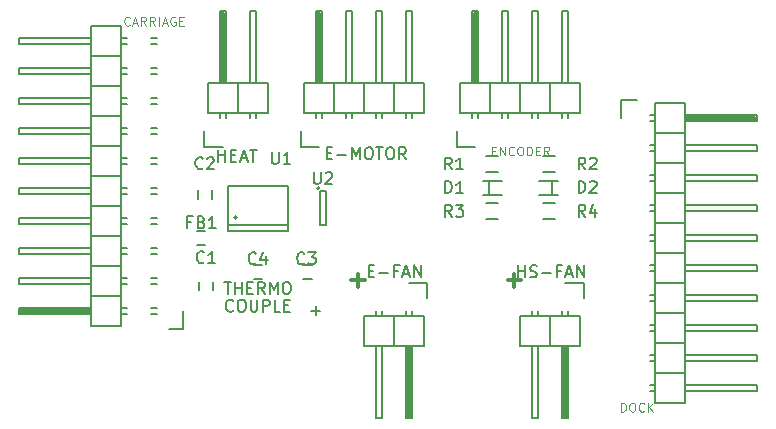
<source format=gto>
G04 #@! TF.GenerationSoftware,KiCad,Pcbnew,(2016-12-15 revision b13c7e4)-master*
G04 #@! TF.CreationDate,2017-03-13T10:32:04-06:00*
G04 #@! TF.ProjectId,ToolHead_PCB,546F6F6C486561645F5043422E6B6963,0.7*
G04 #@! TF.FileFunction,Legend,Top*
G04 #@! TF.FilePolarity,Positive*
%FSLAX46Y46*%
G04 Gerber Fmt 4.6, Leading zero omitted, Abs format (unit mm)*
G04 Created by KiCad (PCBNEW (2016-12-15 revision b13c7e4)-master) date Mon Mar 13 10:32:04 2017*
%MOMM*%
%LPD*%
G01*
G04 APERTURE LIST*
%ADD10C,0.100000*%
%ADD11C,0.150000*%
%ADD12C,0.300000*%
%ADD13C,0.125000*%
G04 APERTURE END LIST*
D10*
D11*
X129904761Y-100157142D02*
X129857142Y-100204761D01*
X129714285Y-100252380D01*
X129619047Y-100252380D01*
X129476190Y-100204761D01*
X129380952Y-100109523D01*
X129333333Y-100014285D01*
X129285714Y-99823809D01*
X129285714Y-99680952D01*
X129333333Y-99490476D01*
X129380952Y-99395238D01*
X129476190Y-99300000D01*
X129619047Y-99252380D01*
X129714285Y-99252380D01*
X129857142Y-99300000D01*
X129904761Y-99347619D01*
X130523809Y-99252380D02*
X130714285Y-99252380D01*
X130809523Y-99300000D01*
X130904761Y-99395238D01*
X130952380Y-99585714D01*
X130952380Y-99919047D01*
X130904761Y-100109523D01*
X130809523Y-100204761D01*
X130714285Y-100252380D01*
X130523809Y-100252380D01*
X130428571Y-100204761D01*
X130333333Y-100109523D01*
X130285714Y-99919047D01*
X130285714Y-99585714D01*
X130333333Y-99395238D01*
X130428571Y-99300000D01*
X130523809Y-99252380D01*
X131380952Y-99252380D02*
X131380952Y-100061904D01*
X131428571Y-100157142D01*
X131476190Y-100204761D01*
X131571428Y-100252380D01*
X131761904Y-100252380D01*
X131857142Y-100204761D01*
X131904761Y-100157142D01*
X131952380Y-100061904D01*
X131952380Y-99252380D01*
X132428571Y-100252380D02*
X132428571Y-99252380D01*
X132809523Y-99252380D01*
X132904761Y-99300000D01*
X132952380Y-99347619D01*
X133000000Y-99442857D01*
X133000000Y-99585714D01*
X132952380Y-99680952D01*
X132904761Y-99728571D01*
X132809523Y-99776190D01*
X132428571Y-99776190D01*
X133904761Y-100252380D02*
X133428571Y-100252380D01*
X133428571Y-99252380D01*
X134238095Y-99728571D02*
X134571428Y-99728571D01*
X134714285Y-100252380D02*
X134238095Y-100252380D01*
X134238095Y-99252380D01*
X134714285Y-99252380D01*
D12*
X139908571Y-97607142D02*
X141051428Y-97607142D01*
X140480000Y-98178571D02*
X140480000Y-97035714D01*
X153148571Y-97607142D02*
X154291428Y-97607142D01*
X153720000Y-98178571D02*
X153720000Y-97035714D01*
D11*
X162780000Y-82350000D02*
X162780000Y-83900000D01*
X164080000Y-82350000D02*
X162780000Y-82350000D01*
X168271000Y-83773000D02*
X174113000Y-83773000D01*
X174113000Y-83773000D02*
X174113000Y-84027000D01*
X174113000Y-84027000D02*
X168271000Y-84027000D01*
X168271000Y-84027000D02*
X168271000Y-83900000D01*
X168271000Y-83900000D02*
X174113000Y-83900000D01*
X165604000Y-101426000D02*
X165223000Y-101426000D01*
X165604000Y-101934000D02*
X165223000Y-101934000D01*
X165604000Y-103966000D02*
X165223000Y-103966000D01*
X165604000Y-104474000D02*
X165223000Y-104474000D01*
X165604000Y-106506000D02*
X165223000Y-106506000D01*
X165604000Y-107014000D02*
X165223000Y-107014000D01*
X165604000Y-83646000D02*
X165223000Y-83646000D01*
X165604000Y-84154000D02*
X165223000Y-84154000D01*
X165604000Y-86186000D02*
X165223000Y-86186000D01*
X165604000Y-86694000D02*
X165223000Y-86694000D01*
X165604000Y-88726000D02*
X165223000Y-88726000D01*
X165604000Y-89234000D02*
X165223000Y-89234000D01*
X165604000Y-99394000D02*
X165223000Y-99394000D01*
X165604000Y-98886000D02*
X165223000Y-98886000D01*
X165604000Y-96854000D02*
X165223000Y-96854000D01*
X165604000Y-96346000D02*
X165223000Y-96346000D01*
X165604000Y-94314000D02*
X165223000Y-94314000D01*
X165604000Y-93806000D02*
X165223000Y-93806000D01*
X165604000Y-91774000D02*
X165223000Y-91774000D01*
X165604000Y-91266000D02*
X165223000Y-91266000D01*
X165604000Y-97870000D02*
X168144000Y-97870000D01*
X165604000Y-97870000D02*
X165604000Y-100410000D01*
X165604000Y-100410000D02*
X168144000Y-100410000D01*
X168144000Y-98886000D02*
X174240000Y-98886000D01*
X174240000Y-98886000D02*
X174240000Y-99394000D01*
X174240000Y-99394000D02*
X168144000Y-99394000D01*
X168144000Y-100410000D02*
X168144000Y-97870000D01*
X168144000Y-102950000D02*
X168144000Y-100410000D01*
X174240000Y-101934000D02*
X168144000Y-101934000D01*
X174240000Y-101426000D02*
X174240000Y-101934000D01*
X168144000Y-101426000D02*
X174240000Y-101426000D01*
X165604000Y-102950000D02*
X168144000Y-102950000D01*
X165604000Y-100410000D02*
X165604000Y-102950000D01*
X165604000Y-100410000D02*
X168144000Y-100410000D01*
X165604000Y-105490000D02*
X168144000Y-105490000D01*
X165604000Y-105490000D02*
X165604000Y-108030000D01*
X168144000Y-106506000D02*
X174240000Y-106506000D01*
X174240000Y-106506000D02*
X174240000Y-107014000D01*
X174240000Y-107014000D02*
X168144000Y-107014000D01*
X168144000Y-108030000D02*
X168144000Y-105490000D01*
X168144000Y-105490000D02*
X168144000Y-102950000D01*
X174240000Y-104474000D02*
X168144000Y-104474000D01*
X174240000Y-103966000D02*
X174240000Y-104474000D01*
X168144000Y-103966000D02*
X174240000Y-103966000D01*
X165604000Y-105490000D02*
X168144000Y-105490000D01*
X165604000Y-102950000D02*
X165604000Y-105490000D01*
X165604000Y-102950000D02*
X168144000Y-102950000D01*
X165604000Y-108030000D02*
X168144000Y-108030000D01*
X165604000Y-82630000D02*
X168144000Y-82630000D01*
X165604000Y-85170000D02*
X168144000Y-85170000D01*
X165604000Y-85170000D02*
X165604000Y-87710000D01*
X165604000Y-87710000D02*
X168144000Y-87710000D01*
X168144000Y-86186000D02*
X174240000Y-86186000D01*
X174240000Y-86186000D02*
X174240000Y-86694000D01*
X174240000Y-86694000D02*
X168144000Y-86694000D01*
X168144000Y-87710000D02*
X168144000Y-85170000D01*
X168144000Y-85170000D02*
X168144000Y-82630000D01*
X174240000Y-84154000D02*
X168144000Y-84154000D01*
X174240000Y-83646000D02*
X174240000Y-84154000D01*
X168144000Y-83646000D02*
X174240000Y-83646000D01*
X165604000Y-85170000D02*
X168144000Y-85170000D01*
X165604000Y-82630000D02*
X165604000Y-85170000D01*
X165604000Y-92790000D02*
X168144000Y-92790000D01*
X165604000Y-92790000D02*
X165604000Y-95330000D01*
X165604000Y-95330000D02*
X168144000Y-95330000D01*
X168144000Y-93806000D02*
X174240000Y-93806000D01*
X174240000Y-93806000D02*
X174240000Y-94314000D01*
X174240000Y-94314000D02*
X168144000Y-94314000D01*
X168144000Y-95330000D02*
X168144000Y-92790000D01*
X168144000Y-97870000D02*
X168144000Y-95330000D01*
X174240000Y-96854000D02*
X168144000Y-96854000D01*
X174240000Y-96346000D02*
X174240000Y-96854000D01*
X168144000Y-96346000D02*
X174240000Y-96346000D01*
X165604000Y-97870000D02*
X168144000Y-97870000D01*
X165604000Y-95330000D02*
X165604000Y-97870000D01*
X165604000Y-95330000D02*
X168144000Y-95330000D01*
X165604000Y-90250000D02*
X168144000Y-90250000D01*
X165604000Y-90250000D02*
X165604000Y-92790000D01*
X165604000Y-92790000D02*
X168144000Y-92790000D01*
X168144000Y-91266000D02*
X174240000Y-91266000D01*
X174240000Y-91266000D02*
X174240000Y-91774000D01*
X174240000Y-91774000D02*
X168144000Y-91774000D01*
X168144000Y-92790000D02*
X168144000Y-90250000D01*
X168144000Y-90250000D02*
X168144000Y-87710000D01*
X174240000Y-89234000D02*
X168144000Y-89234000D01*
X174240000Y-88726000D02*
X174240000Y-89234000D01*
X168144000Y-88726000D02*
X174240000Y-88726000D01*
X165604000Y-90250000D02*
X168144000Y-90250000D01*
X165604000Y-87710000D02*
X165604000Y-90250000D01*
X165604000Y-87710000D02*
X168144000Y-87710000D01*
X127735000Y-83476000D02*
X130275000Y-83476000D01*
X130275000Y-83476000D02*
X130275000Y-80936000D01*
X128751000Y-80936000D02*
X128751000Y-74840000D01*
X128751000Y-74840000D02*
X129259000Y-74840000D01*
X129259000Y-74840000D02*
X129259000Y-80936000D01*
X130275000Y-80936000D02*
X127735000Y-80936000D01*
X132815000Y-80936000D02*
X130275000Y-80936000D01*
X131799000Y-74840000D02*
X131799000Y-80936000D01*
X131291000Y-74840000D02*
X131799000Y-74840000D01*
X131291000Y-80936000D02*
X131291000Y-74840000D01*
X132815000Y-83476000D02*
X132815000Y-80936000D01*
X130275000Y-83476000D02*
X132815000Y-83476000D01*
X130275000Y-83476000D02*
X130275000Y-80936000D01*
X127735000Y-83476000D02*
X127735000Y-80936000D01*
X131799000Y-83476000D02*
X131799000Y-83857000D01*
X131291000Y-83476000D02*
X131291000Y-83857000D01*
X129259000Y-83476000D02*
X129259000Y-83857000D01*
X128751000Y-83476000D02*
X128751000Y-83857000D01*
X129005000Y-80809000D02*
X129005000Y-74967000D01*
X129132000Y-80809000D02*
X129005000Y-80809000D01*
X129132000Y-74967000D02*
X129132000Y-80809000D01*
X128878000Y-74967000D02*
X129132000Y-74967000D01*
X128878000Y-80809000D02*
X128878000Y-74967000D01*
X127455000Y-85000000D02*
X127455000Y-86300000D01*
X127455000Y-86300000D02*
X129005000Y-86300000D01*
X122981000Y-100454000D02*
X123489000Y-100454000D01*
X122981000Y-99946000D02*
X123489000Y-99946000D01*
X122981000Y-77086000D02*
X123489000Y-77086000D01*
X122981000Y-77594000D02*
X123489000Y-77594000D01*
X122981000Y-82674000D02*
X123489000Y-82674000D01*
X122981000Y-82166000D02*
X123489000Y-82166000D01*
X122981000Y-80134000D02*
X123489000Y-80134000D01*
X122981000Y-79626000D02*
X123489000Y-79626000D01*
X122981000Y-84706000D02*
X123489000Y-84706000D01*
X122981000Y-85214000D02*
X123489000Y-85214000D01*
X122981000Y-87246000D02*
X123489000Y-87246000D01*
X122981000Y-87754000D02*
X123489000Y-87754000D01*
X122981000Y-97914000D02*
X123489000Y-97914000D01*
X122981000Y-97406000D02*
X123489000Y-97406000D01*
X122981000Y-95374000D02*
X123489000Y-95374000D01*
X122981000Y-94866000D02*
X123489000Y-94866000D01*
X122981000Y-89786000D02*
X123489000Y-89786000D01*
X122981000Y-90294000D02*
X123489000Y-90294000D01*
X122981000Y-92326000D02*
X123489000Y-92326000D01*
X122981000Y-92834000D02*
X123489000Y-92834000D01*
X120441000Y-77086000D02*
X120949000Y-77086000D01*
X120441000Y-77594000D02*
X120949000Y-77594000D01*
X120441000Y-79626000D02*
X120949000Y-79626000D01*
X120441000Y-80134000D02*
X120949000Y-80134000D01*
X120441000Y-85214000D02*
X120949000Y-85214000D01*
X120441000Y-84706000D02*
X120949000Y-84706000D01*
X120441000Y-82674000D02*
X120949000Y-82674000D01*
X120441000Y-82166000D02*
X120949000Y-82166000D01*
X120441000Y-87246000D02*
X120949000Y-87246000D01*
X120441000Y-87754000D02*
X120949000Y-87754000D01*
X120441000Y-89786000D02*
X120949000Y-89786000D01*
X120441000Y-90294000D02*
X120949000Y-90294000D01*
X120441000Y-100454000D02*
X120949000Y-100454000D01*
X120441000Y-99946000D02*
X120949000Y-99946000D01*
X120441000Y-97914000D02*
X120949000Y-97914000D01*
X120441000Y-97406000D02*
X120949000Y-97406000D01*
X120441000Y-92326000D02*
X120949000Y-92326000D01*
X120441000Y-92834000D02*
X120949000Y-92834000D01*
X120441000Y-94866000D02*
X120949000Y-94866000D01*
X120441000Y-95374000D02*
X120949000Y-95374000D01*
X124505000Y-101750000D02*
X125655000Y-101750000D01*
X125655000Y-101750000D02*
X125655000Y-100200000D01*
X117901000Y-100327000D02*
X111932000Y-100327000D01*
X111932000Y-100327000D02*
X111932000Y-100073000D01*
X111932000Y-100073000D02*
X117774000Y-100073000D01*
X117774000Y-100073000D02*
X117774000Y-100200000D01*
X117774000Y-100200000D02*
X111932000Y-100200000D01*
X120441000Y-81150000D02*
X117901000Y-81150000D01*
X120441000Y-81150000D02*
X120441000Y-78610000D01*
X120441000Y-78610000D02*
X117901000Y-78610000D01*
X117901000Y-80134000D02*
X111805000Y-80134000D01*
X111805000Y-80134000D02*
X111805000Y-79626000D01*
X111805000Y-79626000D02*
X117901000Y-79626000D01*
X117901000Y-78610000D02*
X117901000Y-81150000D01*
X117901000Y-76070000D02*
X117901000Y-78610000D01*
X111805000Y-77086000D02*
X117901000Y-77086000D01*
X111805000Y-77594000D02*
X111805000Y-77086000D01*
X117901000Y-77594000D02*
X111805000Y-77594000D01*
X120441000Y-78610000D02*
X120441000Y-76070000D01*
X120441000Y-78610000D02*
X117901000Y-78610000D01*
X120441000Y-76070000D02*
X117901000Y-76070000D01*
X120441000Y-91310000D02*
X117901000Y-91310000D01*
X120441000Y-91310000D02*
X120441000Y-88770000D01*
X120441000Y-88770000D02*
X117901000Y-88770000D01*
X117901000Y-90294000D02*
X111805000Y-90294000D01*
X111805000Y-90294000D02*
X111805000Y-89786000D01*
X111805000Y-89786000D02*
X117901000Y-89786000D01*
X117901000Y-88770000D02*
X117901000Y-91310000D01*
X117901000Y-86230000D02*
X117901000Y-88770000D01*
X111805000Y-87246000D02*
X117901000Y-87246000D01*
X111805000Y-87754000D02*
X111805000Y-87246000D01*
X117901000Y-87754000D02*
X111805000Y-87754000D01*
X120441000Y-86230000D02*
X117901000Y-86230000D01*
X120441000Y-88770000D02*
X120441000Y-86230000D01*
X120441000Y-88770000D02*
X117901000Y-88770000D01*
X120441000Y-83690000D02*
X117901000Y-83690000D01*
X120441000Y-83690000D02*
X120441000Y-81150000D01*
X120441000Y-81150000D02*
X117901000Y-81150000D01*
X117901000Y-82674000D02*
X111805000Y-82674000D01*
X111805000Y-82674000D02*
X111805000Y-82166000D01*
X111805000Y-82166000D02*
X117901000Y-82166000D01*
X117901000Y-81150000D02*
X117901000Y-83690000D01*
X117901000Y-83690000D02*
X117901000Y-86230000D01*
X111805000Y-84706000D02*
X117901000Y-84706000D01*
X111805000Y-85214000D02*
X111805000Y-84706000D01*
X117901000Y-85214000D02*
X111805000Y-85214000D01*
X120441000Y-83690000D02*
X117901000Y-83690000D01*
X120441000Y-86230000D02*
X120441000Y-83690000D01*
X120441000Y-86230000D02*
X117901000Y-86230000D01*
X120441000Y-96390000D02*
X117901000Y-96390000D01*
X120441000Y-96390000D02*
X120441000Y-93850000D01*
X120441000Y-93850000D02*
X117901000Y-93850000D01*
X117901000Y-95374000D02*
X111805000Y-95374000D01*
X111805000Y-95374000D02*
X111805000Y-94866000D01*
X111805000Y-94866000D02*
X117901000Y-94866000D01*
X117901000Y-93850000D02*
X117901000Y-96390000D01*
X117901000Y-91310000D02*
X117901000Y-93850000D01*
X111805000Y-92326000D02*
X117901000Y-92326000D01*
X111805000Y-92834000D02*
X111805000Y-92326000D01*
X117901000Y-92834000D02*
X111805000Y-92834000D01*
X120441000Y-91310000D02*
X117901000Y-91310000D01*
X120441000Y-93850000D02*
X120441000Y-91310000D01*
X120441000Y-93850000D02*
X117901000Y-93850000D01*
X120441000Y-98930000D02*
X117901000Y-98930000D01*
X120441000Y-98930000D02*
X120441000Y-96390000D01*
X120441000Y-96390000D02*
X117901000Y-96390000D01*
X117901000Y-97914000D02*
X111805000Y-97914000D01*
X111805000Y-97914000D02*
X111805000Y-97406000D01*
X111805000Y-97406000D02*
X117901000Y-97406000D01*
X117901000Y-96390000D02*
X117901000Y-98930000D01*
X117901000Y-98930000D02*
X117901000Y-101470000D01*
X111805000Y-99946000D02*
X117901000Y-99946000D01*
X111805000Y-100454000D02*
X111805000Y-99946000D01*
X117901000Y-100454000D02*
X111805000Y-100454000D01*
X120441000Y-98930000D02*
X117901000Y-98930000D01*
X120441000Y-101470000D02*
X120441000Y-98930000D01*
X120441000Y-101470000D02*
X117901000Y-101470000D01*
X148855000Y-86300000D02*
X150405000Y-86300000D01*
X148855000Y-85000000D02*
X148855000Y-86300000D01*
X150278000Y-80809000D02*
X150278000Y-74967000D01*
X150278000Y-74967000D02*
X150532000Y-74967000D01*
X150532000Y-74967000D02*
X150532000Y-80809000D01*
X150532000Y-80809000D02*
X150405000Y-80809000D01*
X150405000Y-80809000D02*
X150405000Y-74967000D01*
X150151000Y-83476000D02*
X150151000Y-83857000D01*
X150659000Y-83476000D02*
X150659000Y-83857000D01*
X152691000Y-83476000D02*
X152691000Y-83857000D01*
X153199000Y-83476000D02*
X153199000Y-83857000D01*
X155231000Y-83476000D02*
X155231000Y-83857000D01*
X155739000Y-83476000D02*
X155739000Y-83857000D01*
X158279000Y-83476000D02*
X158279000Y-83857000D01*
X157771000Y-83476000D02*
X157771000Y-83857000D01*
X149135000Y-83476000D02*
X149135000Y-80936000D01*
X151675000Y-83476000D02*
X151675000Y-80936000D01*
X151675000Y-83476000D02*
X154215000Y-83476000D01*
X154215000Y-83476000D02*
X154215000Y-80936000D01*
X152691000Y-80936000D02*
X152691000Y-74840000D01*
X152691000Y-74840000D02*
X153199000Y-74840000D01*
X153199000Y-74840000D02*
X153199000Y-80936000D01*
X154215000Y-80936000D02*
X151675000Y-80936000D01*
X151675000Y-80936000D02*
X149135000Y-80936000D01*
X150659000Y-74840000D02*
X150659000Y-80936000D01*
X150151000Y-74840000D02*
X150659000Y-74840000D01*
X150151000Y-80936000D02*
X150151000Y-74840000D01*
X151675000Y-83476000D02*
X151675000Y-80936000D01*
X149135000Y-83476000D02*
X151675000Y-83476000D01*
X156755000Y-83476000D02*
X156755000Y-80936000D01*
X156755000Y-83476000D02*
X159295000Y-83476000D01*
X159295000Y-83476000D02*
X159295000Y-80936000D01*
X157771000Y-80936000D02*
X157771000Y-74840000D01*
X157771000Y-74840000D02*
X158279000Y-74840000D01*
X158279000Y-74840000D02*
X158279000Y-80936000D01*
X159295000Y-80936000D02*
X156755000Y-80936000D01*
X156755000Y-80936000D02*
X154215000Y-80936000D01*
X155739000Y-74840000D02*
X155739000Y-80936000D01*
X155231000Y-74840000D02*
X155739000Y-74840000D01*
X155231000Y-80936000D02*
X155231000Y-74840000D01*
X156755000Y-83476000D02*
X156755000Y-80936000D01*
X154215000Y-83476000D02*
X156755000Y-83476000D01*
X154215000Y-83476000D02*
X154215000Y-80936000D01*
X126900000Y-90700000D02*
X126900000Y-90000000D01*
X128100000Y-90000000D02*
X128100000Y-90700000D01*
X140975000Y-83476000D02*
X140975000Y-80936000D01*
X140975000Y-83476000D02*
X143515000Y-83476000D01*
X143515000Y-83476000D02*
X143515000Y-80936000D01*
X141991000Y-80936000D02*
X141991000Y-74840000D01*
X141991000Y-74840000D02*
X142499000Y-74840000D01*
X142499000Y-74840000D02*
X142499000Y-80936000D01*
X143515000Y-80936000D02*
X140975000Y-80936000D01*
X146055000Y-80936000D02*
X143515000Y-80936000D01*
X145039000Y-74840000D02*
X145039000Y-80936000D01*
X144531000Y-74840000D02*
X145039000Y-74840000D01*
X144531000Y-80936000D02*
X144531000Y-74840000D01*
X146055000Y-83476000D02*
X146055000Y-80936000D01*
X143515000Y-83476000D02*
X146055000Y-83476000D01*
X143515000Y-83476000D02*
X143515000Y-80936000D01*
X135895000Y-83476000D02*
X138435000Y-83476000D01*
X138435000Y-83476000D02*
X138435000Y-80936000D01*
X136911000Y-80936000D02*
X136911000Y-74840000D01*
X136911000Y-74840000D02*
X137419000Y-74840000D01*
X137419000Y-74840000D02*
X137419000Y-80936000D01*
X138435000Y-80936000D02*
X135895000Y-80936000D01*
X140975000Y-80936000D02*
X138435000Y-80936000D01*
X139959000Y-74840000D02*
X139959000Y-80936000D01*
X139451000Y-74840000D02*
X139959000Y-74840000D01*
X139451000Y-80936000D02*
X139451000Y-74840000D01*
X140975000Y-83476000D02*
X140975000Y-80936000D01*
X138435000Y-83476000D02*
X140975000Y-83476000D01*
X138435000Y-83476000D02*
X138435000Y-80936000D01*
X135895000Y-83476000D02*
X135895000Y-80936000D01*
X144531000Y-83476000D02*
X144531000Y-83857000D01*
X145039000Y-83476000D02*
X145039000Y-83857000D01*
X142499000Y-83476000D02*
X142499000Y-83857000D01*
X141991000Y-83476000D02*
X141991000Y-83857000D01*
X139959000Y-83476000D02*
X139959000Y-83857000D01*
X139451000Y-83476000D02*
X139451000Y-83857000D01*
X137419000Y-83476000D02*
X137419000Y-83857000D01*
X136911000Y-83476000D02*
X136911000Y-83857000D01*
X137165000Y-80809000D02*
X137165000Y-74967000D01*
X137292000Y-80809000D02*
X137165000Y-80809000D01*
X137292000Y-74967000D02*
X137292000Y-80809000D01*
X137038000Y-74967000D02*
X137292000Y-74967000D01*
X137038000Y-80809000D02*
X137038000Y-74967000D01*
X135615000Y-85000000D02*
X135615000Y-86300000D01*
X135615000Y-86300000D02*
X137165000Y-86300000D01*
X159575000Y-97800000D02*
X158025000Y-97800000D01*
X159575000Y-99100000D02*
X159575000Y-97800000D01*
X158152000Y-103291000D02*
X158152000Y-109133000D01*
X158152000Y-109133000D02*
X157898000Y-109133000D01*
X157898000Y-109133000D02*
X157898000Y-103291000D01*
X157898000Y-103291000D02*
X158025000Y-103291000D01*
X158025000Y-103291000D02*
X158025000Y-109133000D01*
X158279000Y-100624000D02*
X158279000Y-100243000D01*
X157771000Y-100624000D02*
X157771000Y-100243000D01*
X155739000Y-100624000D02*
X155739000Y-100243000D01*
X155231000Y-100624000D02*
X155231000Y-100243000D01*
X159295000Y-100624000D02*
X159295000Y-103164000D01*
X156755000Y-100624000D02*
X156755000Y-103164000D01*
X156755000Y-100624000D02*
X154215000Y-100624000D01*
X154215000Y-100624000D02*
X154215000Y-103164000D01*
X155739000Y-103164000D02*
X155739000Y-109260000D01*
X155739000Y-109260000D02*
X155231000Y-109260000D01*
X155231000Y-109260000D02*
X155231000Y-103164000D01*
X154215000Y-103164000D02*
X156755000Y-103164000D01*
X156755000Y-103164000D02*
X159295000Y-103164000D01*
X157771000Y-109260000D02*
X157771000Y-103164000D01*
X158279000Y-109260000D02*
X157771000Y-109260000D01*
X158279000Y-103164000D02*
X158279000Y-109260000D01*
X156755000Y-100624000D02*
X156755000Y-103164000D01*
X159295000Y-100624000D02*
X156755000Y-100624000D01*
X146335000Y-97800000D02*
X144785000Y-97800000D01*
X146335000Y-99100000D02*
X146335000Y-97800000D01*
X144912000Y-103291000D02*
X144912000Y-109133000D01*
X144912000Y-109133000D02*
X144658000Y-109133000D01*
X144658000Y-109133000D02*
X144658000Y-103291000D01*
X144658000Y-103291000D02*
X144785000Y-103291000D01*
X144785000Y-103291000D02*
X144785000Y-109133000D01*
X145039000Y-100624000D02*
X145039000Y-100243000D01*
X144531000Y-100624000D02*
X144531000Y-100243000D01*
X142499000Y-100624000D02*
X142499000Y-100243000D01*
X141991000Y-100624000D02*
X141991000Y-100243000D01*
X146055000Y-100624000D02*
X146055000Y-103164000D01*
X143515000Y-100624000D02*
X143515000Y-103164000D01*
X143515000Y-100624000D02*
X140975000Y-100624000D01*
X140975000Y-100624000D02*
X140975000Y-103164000D01*
X142499000Y-103164000D02*
X142499000Y-109260000D01*
X142499000Y-109260000D02*
X141991000Y-109260000D01*
X141991000Y-109260000D02*
X141991000Y-103164000D01*
X140975000Y-103164000D02*
X143515000Y-103164000D01*
X143515000Y-103164000D02*
X146055000Y-103164000D01*
X144531000Y-109260000D02*
X144531000Y-103164000D01*
X145039000Y-109260000D02*
X144531000Y-109260000D01*
X145039000Y-103164000D02*
X145039000Y-109260000D01*
X143515000Y-100624000D02*
X143515000Y-103164000D01*
X146055000Y-100624000D02*
X143515000Y-100624000D01*
X130222000Y-92262000D02*
G75*
G03X130222000Y-92262000I-127000J0D01*
G01*
X129460000Y-92897000D02*
X134540000Y-92897000D01*
X129460000Y-89595000D02*
X134540000Y-89595000D01*
X129460000Y-93405000D02*
X134540000Y-93405000D01*
X129460000Y-93405000D02*
X129460000Y-89595000D01*
X134540000Y-93405000D02*
X134540000Y-89595000D01*
X137200000Y-89800000D02*
G75*
G03X137200000Y-89800000I-100000J0D01*
G01*
X137750000Y-90050000D02*
X137250000Y-90050000D01*
X137750000Y-92950000D02*
X137750000Y-90050000D01*
X137250000Y-92950000D02*
X137750000Y-92950000D01*
X137250000Y-90050000D02*
X137250000Y-92950000D01*
X127000000Y-98450000D02*
X127000000Y-97750000D01*
X128200000Y-97750000D02*
X128200000Y-98450000D01*
X135850000Y-96300000D02*
X136550000Y-96300000D01*
X136550000Y-97500000D02*
X135850000Y-97500000D01*
X131650000Y-96300000D02*
X132350000Y-96300000D01*
X132350000Y-97500000D02*
X131650000Y-97500000D01*
X152635000Y-89170000D02*
X151035000Y-89170000D01*
X152635000Y-90370000D02*
X151035000Y-90370000D01*
X151535000Y-89170000D02*
X151535000Y-90370000D01*
X156935000Y-90370000D02*
X156935000Y-89170000D01*
X155835000Y-89170000D02*
X157435000Y-89170000D01*
X155835000Y-90370000D02*
X157435000Y-90370000D01*
X156135000Y-91095000D02*
X157135000Y-91095000D01*
X157135000Y-92445000D02*
X156135000Y-92445000D01*
X152335000Y-92445000D02*
X151335000Y-92445000D01*
X151335000Y-91095000D02*
X152335000Y-91095000D01*
X151335000Y-87095000D02*
X152335000Y-87095000D01*
X152335000Y-88445000D02*
X151335000Y-88445000D01*
X157135000Y-88445000D02*
X156135000Y-88445000D01*
X156135000Y-87095000D02*
X157135000Y-87095000D01*
X127550000Y-94600000D02*
X126850000Y-94600000D01*
X126850000Y-93400000D02*
X127550000Y-93400000D01*
D13*
X162740714Y-108739285D02*
X162740714Y-107989285D01*
X162919285Y-107989285D01*
X163026428Y-108025000D01*
X163097857Y-108096428D01*
X163133571Y-108167857D01*
X163169285Y-108310714D01*
X163169285Y-108417857D01*
X163133571Y-108560714D01*
X163097857Y-108632142D01*
X163026428Y-108703571D01*
X162919285Y-108739285D01*
X162740714Y-108739285D01*
X163633571Y-107989285D02*
X163776428Y-107989285D01*
X163847857Y-108025000D01*
X163919285Y-108096428D01*
X163955000Y-108239285D01*
X163955000Y-108489285D01*
X163919285Y-108632142D01*
X163847857Y-108703571D01*
X163776428Y-108739285D01*
X163633571Y-108739285D01*
X163562142Y-108703571D01*
X163490714Y-108632142D01*
X163455000Y-108489285D01*
X163455000Y-108239285D01*
X163490714Y-108096428D01*
X163562142Y-108025000D01*
X163633571Y-107989285D01*
X164705000Y-108667857D02*
X164669285Y-108703571D01*
X164562142Y-108739285D01*
X164490714Y-108739285D01*
X164383571Y-108703571D01*
X164312142Y-108632142D01*
X164276428Y-108560714D01*
X164240714Y-108417857D01*
X164240714Y-108310714D01*
X164276428Y-108167857D01*
X164312142Y-108096428D01*
X164383571Y-108025000D01*
X164490714Y-107989285D01*
X164562142Y-107989285D01*
X164669285Y-108025000D01*
X164705000Y-108060714D01*
X165026428Y-108739285D02*
X165026428Y-107989285D01*
X165455000Y-108739285D02*
X165133571Y-108310714D01*
X165455000Y-107989285D02*
X165026428Y-108417857D01*
D11*
X128657380Y-87552380D02*
X128657380Y-86552380D01*
X128657380Y-87028571D02*
X129228809Y-87028571D01*
X129228809Y-87552380D02*
X129228809Y-86552380D01*
X129705000Y-87028571D02*
X130038333Y-87028571D01*
X130181190Y-87552380D02*
X129705000Y-87552380D01*
X129705000Y-86552380D01*
X130181190Y-86552380D01*
X130562142Y-87266666D02*
X131038333Y-87266666D01*
X130466904Y-87552380D02*
X130800238Y-86552380D01*
X131133571Y-87552380D01*
X131324047Y-86552380D02*
X131895476Y-86552380D01*
X131609761Y-87552380D02*
X131609761Y-86552380D01*
D13*
X121146428Y-75967857D02*
X121110714Y-76003571D01*
X121003571Y-76039285D01*
X120932142Y-76039285D01*
X120825000Y-76003571D01*
X120753571Y-75932142D01*
X120717857Y-75860714D01*
X120682142Y-75717857D01*
X120682142Y-75610714D01*
X120717857Y-75467857D01*
X120753571Y-75396428D01*
X120825000Y-75325000D01*
X120932142Y-75289285D01*
X121003571Y-75289285D01*
X121110714Y-75325000D01*
X121146428Y-75360714D01*
X121432142Y-75825000D02*
X121789285Y-75825000D01*
X121360714Y-76039285D02*
X121610714Y-75289285D01*
X121860714Y-76039285D01*
X122539285Y-76039285D02*
X122289285Y-75682142D01*
X122110714Y-76039285D02*
X122110714Y-75289285D01*
X122396428Y-75289285D01*
X122467857Y-75325000D01*
X122503571Y-75360714D01*
X122539285Y-75432142D01*
X122539285Y-75539285D01*
X122503571Y-75610714D01*
X122467857Y-75646428D01*
X122396428Y-75682142D01*
X122110714Y-75682142D01*
X123289285Y-76039285D02*
X123039285Y-75682142D01*
X122860714Y-76039285D02*
X122860714Y-75289285D01*
X123146428Y-75289285D01*
X123217857Y-75325000D01*
X123253571Y-75360714D01*
X123289285Y-75432142D01*
X123289285Y-75539285D01*
X123253571Y-75610714D01*
X123217857Y-75646428D01*
X123146428Y-75682142D01*
X122860714Y-75682142D01*
X123610714Y-76039285D02*
X123610714Y-75289285D01*
X123932142Y-75825000D02*
X124289285Y-75825000D01*
X123860714Y-76039285D02*
X124110714Y-75289285D01*
X124360714Y-76039285D01*
X125003571Y-75325000D02*
X124932142Y-75289285D01*
X124825000Y-75289285D01*
X124717857Y-75325000D01*
X124646428Y-75396428D01*
X124610714Y-75467857D01*
X124575000Y-75610714D01*
X124575000Y-75717857D01*
X124610714Y-75860714D01*
X124646428Y-75932142D01*
X124717857Y-76003571D01*
X124825000Y-76039285D01*
X124896428Y-76039285D01*
X125003571Y-76003571D01*
X125039285Y-75967857D01*
X125039285Y-75717857D01*
X124896428Y-75717857D01*
X125360714Y-75646428D02*
X125610714Y-75646428D01*
X125717857Y-76039285D02*
X125360714Y-76039285D01*
X125360714Y-75289285D01*
X125717857Y-75289285D01*
X151796785Y-86646428D02*
X152046785Y-86646428D01*
X152153928Y-87039285D02*
X151796785Y-87039285D01*
X151796785Y-86289285D01*
X152153928Y-86289285D01*
X152475357Y-87039285D02*
X152475357Y-86289285D01*
X152903928Y-87039285D01*
X152903928Y-86289285D01*
X153689642Y-86967857D02*
X153653928Y-87003571D01*
X153546785Y-87039285D01*
X153475357Y-87039285D01*
X153368214Y-87003571D01*
X153296785Y-86932142D01*
X153261071Y-86860714D01*
X153225357Y-86717857D01*
X153225357Y-86610714D01*
X153261071Y-86467857D01*
X153296785Y-86396428D01*
X153368214Y-86325000D01*
X153475357Y-86289285D01*
X153546785Y-86289285D01*
X153653928Y-86325000D01*
X153689642Y-86360714D01*
X154153928Y-86289285D02*
X154296785Y-86289285D01*
X154368214Y-86325000D01*
X154439642Y-86396428D01*
X154475357Y-86539285D01*
X154475357Y-86789285D01*
X154439642Y-86932142D01*
X154368214Y-87003571D01*
X154296785Y-87039285D01*
X154153928Y-87039285D01*
X154082500Y-87003571D01*
X154011071Y-86932142D01*
X153975357Y-86789285D01*
X153975357Y-86539285D01*
X154011071Y-86396428D01*
X154082500Y-86325000D01*
X154153928Y-86289285D01*
X154796785Y-87039285D02*
X154796785Y-86289285D01*
X154975357Y-86289285D01*
X155082500Y-86325000D01*
X155153928Y-86396428D01*
X155189642Y-86467857D01*
X155225357Y-86610714D01*
X155225357Y-86717857D01*
X155189642Y-86860714D01*
X155153928Y-86932142D01*
X155082500Y-87003571D01*
X154975357Y-87039285D01*
X154796785Y-87039285D01*
X155546785Y-86646428D02*
X155796785Y-86646428D01*
X155903928Y-87039285D02*
X155546785Y-87039285D01*
X155546785Y-86289285D01*
X155903928Y-86289285D01*
X156653928Y-87039285D02*
X156403928Y-86682142D01*
X156225357Y-87039285D02*
X156225357Y-86289285D01*
X156511071Y-86289285D01*
X156582500Y-86325000D01*
X156618214Y-86360714D01*
X156653928Y-86432142D01*
X156653928Y-86539285D01*
X156618214Y-86610714D01*
X156582500Y-86646428D01*
X156511071Y-86682142D01*
X156225357Y-86682142D01*
D11*
X129142857Y-97752380D02*
X129714285Y-97752380D01*
X129428571Y-98752380D02*
X129428571Y-97752380D01*
X130047619Y-98752380D02*
X130047619Y-97752380D01*
X130047619Y-98228571D02*
X130619047Y-98228571D01*
X130619047Y-98752380D02*
X130619047Y-97752380D01*
X131095238Y-98228571D02*
X131428571Y-98228571D01*
X131571428Y-98752380D02*
X131095238Y-98752380D01*
X131095238Y-97752380D01*
X131571428Y-97752380D01*
X132571428Y-98752380D02*
X132238095Y-98276190D01*
X132000000Y-98752380D02*
X132000000Y-97752380D01*
X132380952Y-97752380D01*
X132476190Y-97800000D01*
X132523809Y-97847619D01*
X132571428Y-97942857D01*
X132571428Y-98085714D01*
X132523809Y-98180952D01*
X132476190Y-98228571D01*
X132380952Y-98276190D01*
X132000000Y-98276190D01*
X133000000Y-98752380D02*
X133000000Y-97752380D01*
X133333333Y-98466666D01*
X133666666Y-97752380D01*
X133666666Y-98752380D01*
X134333333Y-97752380D02*
X134523809Y-97752380D01*
X134619047Y-97800000D01*
X134714285Y-97895238D01*
X134761904Y-98085714D01*
X134761904Y-98419047D01*
X134714285Y-98609523D01*
X134619047Y-98704761D01*
X134523809Y-98752380D01*
X134333333Y-98752380D01*
X134238095Y-98704761D01*
X134142857Y-98609523D01*
X134095238Y-98419047D01*
X134095238Y-98085714D01*
X134142857Y-97895238D01*
X134238095Y-97800000D01*
X134333333Y-97752380D01*
X136519047Y-100171428D02*
X137280952Y-100171428D01*
X136900000Y-100552380D02*
X136900000Y-99790476D01*
X127333333Y-88107142D02*
X127285714Y-88154761D01*
X127142857Y-88202380D01*
X127047619Y-88202380D01*
X126904761Y-88154761D01*
X126809523Y-88059523D01*
X126761904Y-87964285D01*
X126714285Y-87773809D01*
X126714285Y-87630952D01*
X126761904Y-87440476D01*
X126809523Y-87345238D01*
X126904761Y-87250000D01*
X127047619Y-87202380D01*
X127142857Y-87202380D01*
X127285714Y-87250000D01*
X127333333Y-87297619D01*
X127714285Y-87297619D02*
X127761904Y-87250000D01*
X127857142Y-87202380D01*
X128095238Y-87202380D01*
X128190476Y-87250000D01*
X128238095Y-87297619D01*
X128285714Y-87392857D01*
X128285714Y-87488095D01*
X128238095Y-87630952D01*
X127666666Y-88202380D01*
X128285714Y-88202380D01*
X137816666Y-86828571D02*
X138150000Y-86828571D01*
X138292857Y-87352380D02*
X137816666Y-87352380D01*
X137816666Y-86352380D01*
X138292857Y-86352380D01*
X138721428Y-86971428D02*
X139483333Y-86971428D01*
X139959523Y-87352380D02*
X139959523Y-86352380D01*
X140292857Y-87066666D01*
X140626190Y-86352380D01*
X140626190Y-87352380D01*
X141292857Y-86352380D02*
X141483333Y-86352380D01*
X141578571Y-86400000D01*
X141673809Y-86495238D01*
X141721428Y-86685714D01*
X141721428Y-87019047D01*
X141673809Y-87209523D01*
X141578571Y-87304761D01*
X141483333Y-87352380D01*
X141292857Y-87352380D01*
X141197619Y-87304761D01*
X141102380Y-87209523D01*
X141054761Y-87019047D01*
X141054761Y-86685714D01*
X141102380Y-86495238D01*
X141197619Y-86400000D01*
X141292857Y-86352380D01*
X142007142Y-86352380D02*
X142578571Y-86352380D01*
X142292857Y-87352380D02*
X142292857Y-86352380D01*
X143102380Y-86352380D02*
X143292857Y-86352380D01*
X143388095Y-86400000D01*
X143483333Y-86495238D01*
X143530952Y-86685714D01*
X143530952Y-87019047D01*
X143483333Y-87209523D01*
X143388095Y-87304761D01*
X143292857Y-87352380D01*
X143102380Y-87352380D01*
X143007142Y-87304761D01*
X142911904Y-87209523D01*
X142864285Y-87019047D01*
X142864285Y-86685714D01*
X142911904Y-86495238D01*
X143007142Y-86400000D01*
X143102380Y-86352380D01*
X144530952Y-87352380D02*
X144197619Y-86876190D01*
X143959523Y-87352380D02*
X143959523Y-86352380D01*
X144340476Y-86352380D01*
X144435714Y-86400000D01*
X144483333Y-86447619D01*
X144530952Y-86542857D01*
X144530952Y-86685714D01*
X144483333Y-86780952D01*
X144435714Y-86828571D01*
X144340476Y-86876190D01*
X143959523Y-86876190D01*
X154063095Y-97352380D02*
X154063095Y-96352380D01*
X154063095Y-96828571D02*
X154634523Y-96828571D01*
X154634523Y-97352380D02*
X154634523Y-96352380D01*
X155063095Y-97304761D02*
X155205952Y-97352380D01*
X155444047Y-97352380D01*
X155539285Y-97304761D01*
X155586904Y-97257142D01*
X155634523Y-97161904D01*
X155634523Y-97066666D01*
X155586904Y-96971428D01*
X155539285Y-96923809D01*
X155444047Y-96876190D01*
X155253571Y-96828571D01*
X155158333Y-96780952D01*
X155110714Y-96733333D01*
X155063095Y-96638095D01*
X155063095Y-96542857D01*
X155110714Y-96447619D01*
X155158333Y-96400000D01*
X155253571Y-96352380D01*
X155491666Y-96352380D01*
X155634523Y-96400000D01*
X156063095Y-96971428D02*
X156825000Y-96971428D01*
X157634523Y-96828571D02*
X157301190Y-96828571D01*
X157301190Y-97352380D02*
X157301190Y-96352380D01*
X157777380Y-96352380D01*
X158110714Y-97066666D02*
X158586904Y-97066666D01*
X158015476Y-97352380D02*
X158348809Y-96352380D01*
X158682142Y-97352380D01*
X159015476Y-97352380D02*
X159015476Y-96352380D01*
X159586904Y-97352380D01*
X159586904Y-96352380D01*
X141370714Y-96828571D02*
X141704047Y-96828571D01*
X141846904Y-97352380D02*
X141370714Y-97352380D01*
X141370714Y-96352380D01*
X141846904Y-96352380D01*
X142275476Y-96971428D02*
X143037380Y-96971428D01*
X143846904Y-96828571D02*
X143513571Y-96828571D01*
X143513571Y-97352380D02*
X143513571Y-96352380D01*
X143989761Y-96352380D01*
X144323095Y-97066666D02*
X144799285Y-97066666D01*
X144227857Y-97352380D02*
X144561190Y-96352380D01*
X144894523Y-97352380D01*
X145227857Y-97352380D02*
X145227857Y-96352380D01*
X145799285Y-97352380D01*
X145799285Y-96352380D01*
X133188095Y-86752380D02*
X133188095Y-87561904D01*
X133235714Y-87657142D01*
X133283333Y-87704761D01*
X133378571Y-87752380D01*
X133569047Y-87752380D01*
X133664285Y-87704761D01*
X133711904Y-87657142D01*
X133759523Y-87561904D01*
X133759523Y-86752380D01*
X134759523Y-87752380D02*
X134188095Y-87752380D01*
X134473809Y-87752380D02*
X134473809Y-86752380D01*
X134378571Y-86895238D01*
X134283333Y-86990476D01*
X134188095Y-87038095D01*
X136738095Y-88452380D02*
X136738095Y-89261904D01*
X136785714Y-89357142D01*
X136833333Y-89404761D01*
X136928571Y-89452380D01*
X137119047Y-89452380D01*
X137214285Y-89404761D01*
X137261904Y-89357142D01*
X137309523Y-89261904D01*
X137309523Y-88452380D01*
X137738095Y-88547619D02*
X137785714Y-88500000D01*
X137880952Y-88452380D01*
X138119047Y-88452380D01*
X138214285Y-88500000D01*
X138261904Y-88547619D01*
X138309523Y-88642857D01*
X138309523Y-88738095D01*
X138261904Y-88880952D01*
X137690476Y-89452380D01*
X138309523Y-89452380D01*
X127433333Y-96057142D02*
X127385714Y-96104761D01*
X127242857Y-96152380D01*
X127147619Y-96152380D01*
X127004761Y-96104761D01*
X126909523Y-96009523D01*
X126861904Y-95914285D01*
X126814285Y-95723809D01*
X126814285Y-95580952D01*
X126861904Y-95390476D01*
X126909523Y-95295238D01*
X127004761Y-95200000D01*
X127147619Y-95152380D01*
X127242857Y-95152380D01*
X127385714Y-95200000D01*
X127433333Y-95247619D01*
X128385714Y-96152380D02*
X127814285Y-96152380D01*
X128100000Y-96152380D02*
X128100000Y-95152380D01*
X128004761Y-95295238D01*
X127909523Y-95390476D01*
X127814285Y-95438095D01*
X135933333Y-96157142D02*
X135885714Y-96204761D01*
X135742857Y-96252380D01*
X135647619Y-96252380D01*
X135504761Y-96204761D01*
X135409523Y-96109523D01*
X135361904Y-96014285D01*
X135314285Y-95823809D01*
X135314285Y-95680952D01*
X135361904Y-95490476D01*
X135409523Y-95395238D01*
X135504761Y-95300000D01*
X135647619Y-95252380D01*
X135742857Y-95252380D01*
X135885714Y-95300000D01*
X135933333Y-95347619D01*
X136266666Y-95252380D02*
X136885714Y-95252380D01*
X136552380Y-95633333D01*
X136695238Y-95633333D01*
X136790476Y-95680952D01*
X136838095Y-95728571D01*
X136885714Y-95823809D01*
X136885714Y-96061904D01*
X136838095Y-96157142D01*
X136790476Y-96204761D01*
X136695238Y-96252380D01*
X136409523Y-96252380D01*
X136314285Y-96204761D01*
X136266666Y-96157142D01*
X131833333Y-96157142D02*
X131785714Y-96204761D01*
X131642857Y-96252380D01*
X131547619Y-96252380D01*
X131404761Y-96204761D01*
X131309523Y-96109523D01*
X131261904Y-96014285D01*
X131214285Y-95823809D01*
X131214285Y-95680952D01*
X131261904Y-95490476D01*
X131309523Y-95395238D01*
X131404761Y-95300000D01*
X131547619Y-95252380D01*
X131642857Y-95252380D01*
X131785714Y-95300000D01*
X131833333Y-95347619D01*
X132690476Y-95585714D02*
X132690476Y-96252380D01*
X132452380Y-95204761D02*
X132214285Y-95919047D01*
X132833333Y-95919047D01*
X147846904Y-90222380D02*
X147846904Y-89222380D01*
X148085000Y-89222380D01*
X148227857Y-89270000D01*
X148323095Y-89365238D01*
X148370714Y-89460476D01*
X148418333Y-89650952D01*
X148418333Y-89793809D01*
X148370714Y-89984285D01*
X148323095Y-90079523D01*
X148227857Y-90174761D01*
X148085000Y-90222380D01*
X147846904Y-90222380D01*
X149370714Y-90222380D02*
X148799285Y-90222380D01*
X149085000Y-90222380D02*
X149085000Y-89222380D01*
X148989761Y-89365238D01*
X148894523Y-89460476D01*
X148799285Y-89508095D01*
X159146904Y-90222380D02*
X159146904Y-89222380D01*
X159385000Y-89222380D01*
X159527857Y-89270000D01*
X159623095Y-89365238D01*
X159670714Y-89460476D01*
X159718333Y-89650952D01*
X159718333Y-89793809D01*
X159670714Y-89984285D01*
X159623095Y-90079523D01*
X159527857Y-90174761D01*
X159385000Y-90222380D01*
X159146904Y-90222380D01*
X160099285Y-89317619D02*
X160146904Y-89270000D01*
X160242142Y-89222380D01*
X160480238Y-89222380D01*
X160575476Y-89270000D01*
X160623095Y-89317619D01*
X160670714Y-89412857D01*
X160670714Y-89508095D01*
X160623095Y-89650952D01*
X160051666Y-90222380D01*
X160670714Y-90222380D01*
X159718333Y-92222380D02*
X159385000Y-91746190D01*
X159146904Y-92222380D02*
X159146904Y-91222380D01*
X159527857Y-91222380D01*
X159623095Y-91270000D01*
X159670714Y-91317619D01*
X159718333Y-91412857D01*
X159718333Y-91555714D01*
X159670714Y-91650952D01*
X159623095Y-91698571D01*
X159527857Y-91746190D01*
X159146904Y-91746190D01*
X160575476Y-91555714D02*
X160575476Y-92222380D01*
X160337380Y-91174761D02*
X160099285Y-91889047D01*
X160718333Y-91889047D01*
X148418333Y-92222380D02*
X148085000Y-91746190D01*
X147846904Y-92222380D02*
X147846904Y-91222380D01*
X148227857Y-91222380D01*
X148323095Y-91270000D01*
X148370714Y-91317619D01*
X148418333Y-91412857D01*
X148418333Y-91555714D01*
X148370714Y-91650952D01*
X148323095Y-91698571D01*
X148227857Y-91746190D01*
X147846904Y-91746190D01*
X148751666Y-91222380D02*
X149370714Y-91222380D01*
X149037380Y-91603333D01*
X149180238Y-91603333D01*
X149275476Y-91650952D01*
X149323095Y-91698571D01*
X149370714Y-91793809D01*
X149370714Y-92031904D01*
X149323095Y-92127142D01*
X149275476Y-92174761D01*
X149180238Y-92222380D01*
X148894523Y-92222380D01*
X148799285Y-92174761D01*
X148751666Y-92127142D01*
X148418333Y-88222380D02*
X148085000Y-87746190D01*
X147846904Y-88222380D02*
X147846904Y-87222380D01*
X148227857Y-87222380D01*
X148323095Y-87270000D01*
X148370714Y-87317619D01*
X148418333Y-87412857D01*
X148418333Y-87555714D01*
X148370714Y-87650952D01*
X148323095Y-87698571D01*
X148227857Y-87746190D01*
X147846904Y-87746190D01*
X149370714Y-88222380D02*
X148799285Y-88222380D01*
X149085000Y-88222380D02*
X149085000Y-87222380D01*
X148989761Y-87365238D01*
X148894523Y-87460476D01*
X148799285Y-87508095D01*
X159718333Y-88222380D02*
X159385000Y-87746190D01*
X159146904Y-88222380D02*
X159146904Y-87222380D01*
X159527857Y-87222380D01*
X159623095Y-87270000D01*
X159670714Y-87317619D01*
X159718333Y-87412857D01*
X159718333Y-87555714D01*
X159670714Y-87650952D01*
X159623095Y-87698571D01*
X159527857Y-87746190D01*
X159146904Y-87746190D01*
X160099285Y-87317619D02*
X160146904Y-87270000D01*
X160242142Y-87222380D01*
X160480238Y-87222380D01*
X160575476Y-87270000D01*
X160623095Y-87317619D01*
X160670714Y-87412857D01*
X160670714Y-87508095D01*
X160623095Y-87650952D01*
X160051666Y-88222380D01*
X160670714Y-88222380D01*
X126366666Y-92678571D02*
X126033333Y-92678571D01*
X126033333Y-93202380D02*
X126033333Y-92202380D01*
X126509523Y-92202380D01*
X127223809Y-92678571D02*
X127366666Y-92726190D01*
X127414285Y-92773809D01*
X127461904Y-92869047D01*
X127461904Y-93011904D01*
X127414285Y-93107142D01*
X127366666Y-93154761D01*
X127271428Y-93202380D01*
X126890476Y-93202380D01*
X126890476Y-92202380D01*
X127223809Y-92202380D01*
X127319047Y-92250000D01*
X127366666Y-92297619D01*
X127414285Y-92392857D01*
X127414285Y-92488095D01*
X127366666Y-92583333D01*
X127319047Y-92630952D01*
X127223809Y-92678571D01*
X126890476Y-92678571D01*
X128414285Y-93202380D02*
X127842857Y-93202380D01*
X128128571Y-93202380D02*
X128128571Y-92202380D01*
X128033333Y-92345238D01*
X127938095Y-92440476D01*
X127842857Y-92488095D01*
M02*

</source>
